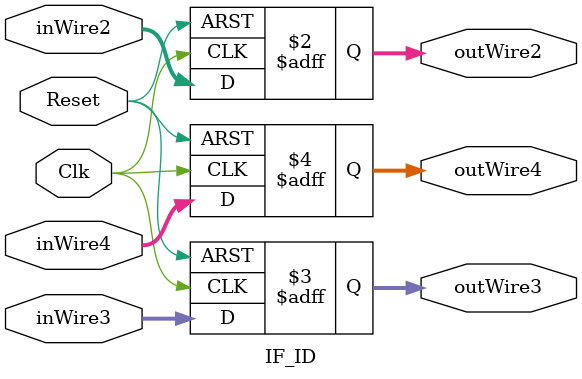
<source format=v>
`timescale 1ns / 1ps


module IF_ID(inWire2, inWire3, inWire4, outWire2, outWire3, outWire4, Clk, Reset);

    input [31:0] inWire2, inWire3, inWire4;
    
    input Clk, Reset;
    
    output reg [31:0] outWire2, outWire3, outWire4;
    
    always @(posedge Clk or posedge Reset) begin
        if (Reset) begin
            outWire2 <= 32'b0;
            outWire3 <= 32'b0;
            outWire4 <= 32'b0;
        end else begin
            outWire2 <= inWire2;
            outWire3 <= inWire3;
            outWire4 <= inWire4;
        end
    end
    
endmodule










</source>
